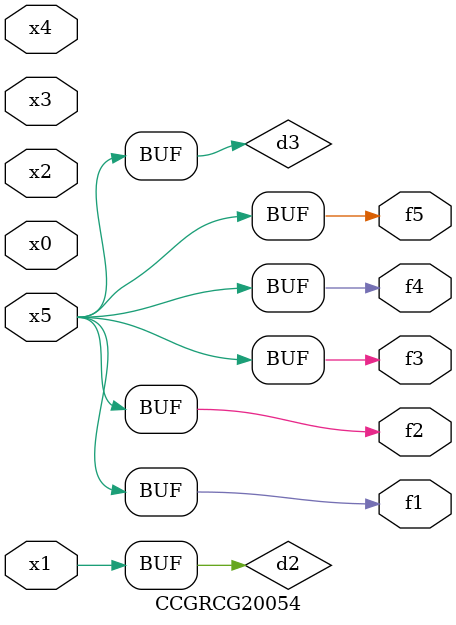
<source format=v>
module CCGRCG20054(
	input x0, x1, x2, x3, x4, x5,
	output f1, f2, f3, f4, f5
);

	wire d1, d2, d3;

	not (d1, x5);
	or (d2, x1);
	xnor (d3, d1);
	assign f1 = d3;
	assign f2 = d3;
	assign f3 = d3;
	assign f4 = d3;
	assign f5 = d3;
endmodule

</source>
